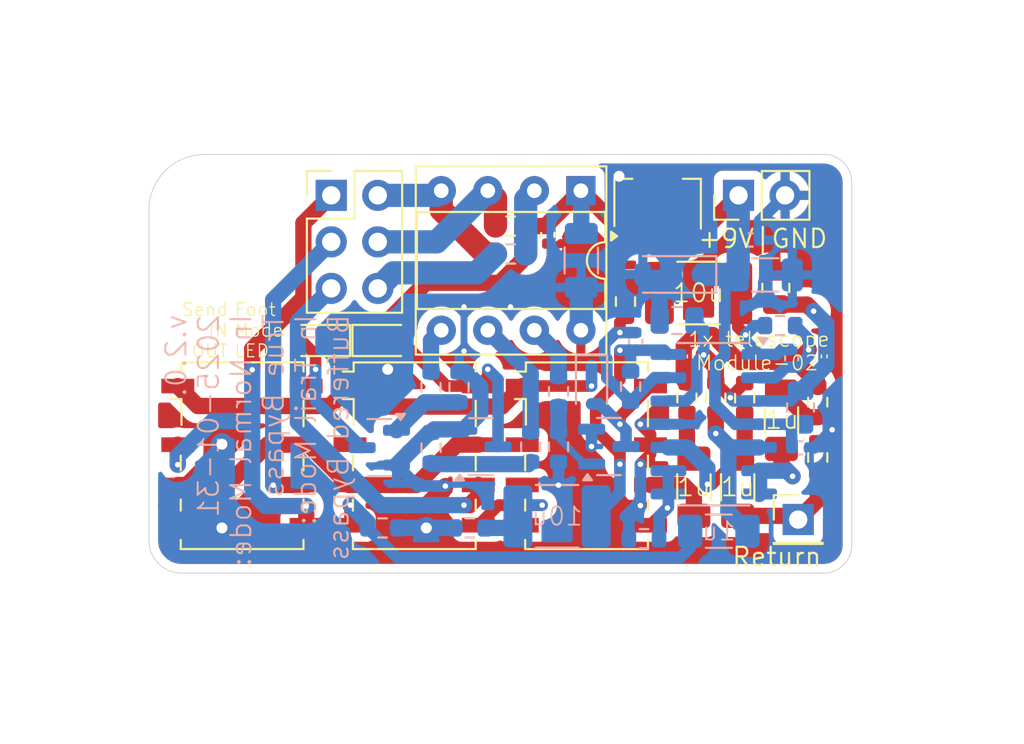
<source format=kicad_pcb>
(kicad_pcb (version 20240108) (generator "pcbnew") (generator_version "8.0")
  (title_block (title "Module-02") (date "2025-03-31") (rev "2.0") (company "1x telescope"))
  (layers (0 "F.Cu" signal) (31 "B.Cu" signal) (34 "B.Paste" user) (35 "F.Paste" user) (36 "B.SilkS" user "B.Silkscreen") (37 "F.SilkS" user "F.Silkscreen") (38 "B.Mask" user) (39 "F.Mask" user) (44 "Edge.Cuts" user))
  (net 0 "")
  (net 1 "Net-(U1B--)")
  (net 2 "Net-(U1C--)")
  (net 3 "GND")
  (net 4 "+9V")
  (net 5 "+5V")
  (net 6 "Vb")
  (net 7 "Relay02")
  (net 8 "Send")
  (net 9 "Return")
  (net 10 "INPUT")
  (net 11 "IN to Buffer")
  (net 12 "Net-(Q1-B)")
  (net 13 "Net-(Q2-B)")
  (net 14 "Net-(Q3-B)")
  (net 15 "OUTPUT")
  (net 17 "Net-(U1B-+)")
  (net 18 "Net-(U3-GP0)")
  (net 19 "Net-(U3-GP1)")
  (net 20 "Net-(U3-GP2)")
  (net 21 "Net-(U1A--)")
  (net 22 "Net-(U1D--)")
  (net 23 "Net-(U1C-+)")
  (net 24 "Net-(U3-GP5)")
  (net 25 "Relay03")
  (net 26 "Relay01")
  (net 27 "Net-(C2-Pad1)")
  (net 28 "Net-(C2-Pad2)")
  (net 29 "Net-(C3-Pad1)")
  (net 30 "Net-(C3-Pad2)")
  (net 31 "Net-(C4-Pad2)")
  (net 32 "Net-(C5-Pad2)")
  (net 33 "Net-(C7-Pad2)")
  (net 34 "Mode")
  (net 35 "Foot")
  (net 36 "LED")
  (net 40 "Net-(K2-Pad3)")
  (footprint "Connector_PinHeader_2.54mm:PinHeader_1x01_P2.54mm_Vertical" (layer "F.Cu") (at 89.2771 44.831)
    (property "Reference" "J2" (hide yes))
    (property "Value" "Conn_01x05_Pin")
  )
  (footprint "Capacitor_SMD:C_0402_1005Metric" (layer "F.Cu") (at 75.6119 29.2836 -90)
    (property "Reference" "C12" (hide yes))
    (property "Value" "104")
  )
  (footprint "Resistor_SMD:R_0603_1608Metric" (layer "F.Cu") (at 90.3439 41.4406 -90)
    (property "Reference" "R2" (hide yes))
    (property "Value" "1M")
  )
  (footprint "Diode_SMD:D_SOD-323" (layer "F.Cu") (at 66.5648 35.052)
    (property "Reference" "D2" (hide yes))
    (property "Value" "CD4148W")
  )
  (footprint "Relay_SMD:Relay_DPDT_Omron_G6K-2F-Y" (layer "F.Cu") (at 77.7188 41.3412)
    (property "Reference" "K1" (hide yes))
    (property "Value" "G6S-2")
  )
  (footprint "Resistor_SMD:R_0603_1608Metric" (layer "F.Cu") (at 84.7813 38.1894 90)
    (property "Reference" "R8" (hide yes))
    (property "Value" "1M")
  )
  (footprint "Connector_PinHeader_2.54mm:PinHeader_1x02_P2.54mm_Vertical" (layer "F.Cu") (at 86.0209 27.1272 90)
    (property "Reference" "J1" (hide yes))
    (property "Value" "Conn_01x05_Pin")
  )
  (footprint "Resistor_SMD:R_0805_2012Metric" (layer "F.Cu") (at 88.0579 32.1799 -90)
    (property "Reference" "R19" (hide yes))
    (property "Value" "22k")
  )
  (footprint "Resistor_SMD:R_0603_1608Metric" (layer "F.Cu") (at 73.5838 30.3276)
    (property "Reference" "R14" (hide yes))
    (property "Value" "10k")
  )
  (footprint "Resistor_SMD:R_0603_1608Metric" (layer "F.Cu") (at 79.8537 32.9316 90)
    (property "Reference" "R6" (hide yes))
    (property "Value" "22k")
  )
  (footprint "Package_DIP:DIP-8_W7.62mm_Socket" (layer "F.Cu") (at 77.4192 26.8732 -90)
    (property "Reference" "U3" (hide yes))
    (property "Value" "PIC12F675-xP")
  )
  (footprint "Resistor_SMD:R_0603_1608Metric" (layer "F.Cu") (at 90.3439 38.418 90)
    (property "Reference" "R9" (hide yes))
    (property "Value" "22k")
  )
  (footprint "Capacitor_SMD:C_1206_3216Metric_Pad1.33x1.80mm_HandSolder" (layer "F.Cu") (at 83.5875 43.0661 90)
    (property "Reference" "C2" (hide yes))
    (property "Value" "1u")
  )
  (footprint "Capacitor_SMD:C_1206_3216Metric_Pad1.33x1.80mm_HandSolder" (layer "F.Cu") (at 88.3627 39.4085 90)
    (property "Reference" "C7" (hide yes))
    (property "Value" "1u")
  )
  (footprint "Relay_SMD:Relay_DPDT_Omron_G6K-2F-Y" (layer "F.Cu") (at 68.3208 41.3412)
    (property "Reference" "K2" (hide yes))
    (property "Value" "G6S-2")
  )
  (footprint "Resistor_SMD:R_0603_1608Metric" (layer "F.Cu") (at 83.2065 38.1894 90)
    (property "Reference" "R4" (hide yes))
    (property "Value" "22k")
  )
  (footprint "Capacitor_SMD:C_1812_4532Metric_Pad1.57x3.40mm_HandSolder" (layer "F.Cu") (at 83.8415 32.4612 180)
    (property "Reference" "C5" (hide yes))
    (property "Value" "10u")
  )
  (footprint "Capacitor_SMD:C_1206_3216Metric_Pad1.33x1.80mm_HandSolder" (layer "F.Cu") (at 85.9751 43.0661 90)
    (property "Reference" "C1" (hide yes))
    (property "Value" "1u")
  )
  (footprint "MountingHole:MountingHole_3.2mm_M3" (layer "F.Cu") (at 58.199459 29.21)
    (property "Reference" "H1" (hide yes))
    (property "Value" "MountingHole_3.2mm_M3")
  )
  (footprint "Diode_SMD:D_SOD-323" (layer "F.Cu") (at 63.212 35.052 180)
    (property "Reference" "D3" (hide yes))
    (property "Value" "CD4148W")
  )
  (footprint "Resistor_SMD:R_0603_1608Metric" (layer "F.Cu") (at 73.5838 28.8036)
    (property "Reference" "R13" (hide yes))
    (property "Value" "10k")
  )
  (footprint "Package_TO_SOT_SMD:SOT-89-3" (layer "F.Cu") (at 81.6063 27.5844 90)
    (property "Reference" "U2" (hide yes))
    (property "Value" "MC78L05_SOT89")
  )
  (footprint "Resistor_SMD:R_0603_1608Metric" (layer "F.Cu") (at 86.3561 38.2016 90)
    (property "Reference" "R1" (hide yes))
    (property "Value" "1M")
  )
  (footprint "Connector_PinHeader_2.54mm:PinHeader_2x03_P2.54mm_Vertical" (layer "F.Cu") (at 63.7959 27.1272)
    (property "Reference" "J3" (hide yes))
    (property "Value" "Conn_02x03_Top_Bottom")
  )
  (footprint "Relay_SMD:Relay_DPDT_Omron_G6K-2F-Y" (layer "F.Cu") (at 58.9228 41.3412)
    (property "Reference" "K3" (hide yes))
    (property "Value" "G6S-2")
  )
  (footprint "Resistor_SMD:R_0603_1608Metric" (layer "B.Cu") (at 74.6806 40.8554 90)
    (property "Reference" "R17" (hide yes))
    (property "Value" "1k")
  )
  (footprint "Diode_SMD:D_SOD-323" (layer "B.Cu") (at 77.9995 37.465 -90)
    (property "Reference" "D1" (hide yes))
    (property "Value" "CD4148W")
  )
  (footprint "Resistor_SMD:R_0603_1608Metric" (layer "B.Cu") (at 69.2404 37.6042 90)
    (property "Reference" "R21" (hide yes))
    (property "Value" "1k")
  )
  (footprint "Capacitor_SMD:C_0805_2012Metric" (layer "B.Cu") (at 82.6668 33.9598 180)
    (property "Reference" "C14" (hide yes))
    (property "Value" "22u")
  )
  (footprint "Diode_SMD:D_SOD-123" (layer "B.Cu") (at 82.4494 31.4452 180)
    (property "Reference" "D4" (hide yes))
    (property "Value" "1N4001")
  )
  (footprint "Package_TO_SOT_SMD:SOT-23" (layer "B.Cu") (at 71.9651 40.8554)
    (property "Reference" "Q2" (hide yes))
    (property "Value" "2N3904")
  )
  (footprint "Resistor_SMD:R_0603_1608Metric" (layer "B.Cu") (at 66.5949 45.2882 180)
    (property "Reference" "R11" (hide yes))
    (property "Value" "1M")
  )
  (footprint "Resistor_SMD:R_0603_1608Metric" (layer "B.Cu") (at 76.2 37.8338 90)
    (property "Reference" "R12" (hide yes))
    (property "Value" "1k")
  )
  (footprint "Resistor_SMD:R_0603_1608Metric" (layer "B.Cu") (at 88.2865 34.2392 180)
    (property "Reference" "R5" (hide yes))
    (property "Value" "22k")
  )
  (footprint "Resistor_SMD:R_0603_1608Metric" (layer "B.Cu") (at 80.8614 45.8724 180)
    (property "Reference" "R3" (hide yes))
    (property "Value" "1M")
  )
  (footprint "Resistor_SMD:R_0805_2012Metric" (layer "B.Cu") (at 89.4041 38.7115 -90)
    (property "Reference" "R16" (hide yes))
    (property "Value" "22k")
  )
  (footprint "Package_TO_SOT_SMD:SOT-23" (layer "B.Cu") (at 78.9432 40.8432)
    (property "Reference" "Q1" (hide yes))
    (property "Value" "2N3904")
  )
  (footprint "Capacitor_SMD:C_1206_3216Metric" (layer "B.Cu") (at 87.4794 31.4706)
    (property "Reference" "C9" (hide yes))
    (property "Value" "47u")
  )
  (footprint "Capacitor_SMD:C_1206_3216Metric" (layer "B.Cu") (at 77.4407 30.6832 -90)
    (property "Reference" "C13" (hide yes))
    (property "Value" "47u")
  )
  (footprint "Capacitor_SMD:C_0402_1005Metric" (layer "B.Cu") (at 86.6876 29.5656)
    (property "Reference" "C11" (hide yes))
    (property "Value" "104")
  )
  (footprint "Resistor_SMD:R_0603_1608Metric" (layer "B.Cu") (at 76.2 40.8564 90)
    (property "Reference" "R15" (hide yes))
    (property "Value" "10k")
  )
  (footprint "Resistor_SMD:R_0603_1608Metric" (layer "B.Cu") (at 70.769 37.6042 -90)
    (property "Reference" "R22" (hide yes))
    (property "Value" "10k")
  )
  (footprint "Capacitor_SMD:C_0402_1005Metric" (layer "B.Cu") (at 89.4041 40.9194)
    (property "Reference" "C10" (hide yes))
    (property "Value" "104")
  )
  (footprint "Package_TO_SOT_SMD:SOT-23" (layer "B.Cu") (at 66.4194 40.9042 180)
    (property "Reference" "Q3" (hide yes))
    (property "Value" "2N3904")
  )
  (footprint "Capacitor_SMD:C_1812_4532Metric_Pad1.57x3.40mm_HandSolder" (layer "B.Cu") (at 76.1199 44.6532)
    (property "Reference" "C3" (hide yes))
    (property "Value" "10u")
  )
  (footprint "Resistor_SMD:R_0603_1608Metric" (layer "B.Cu") (at 71.3579 45.2882)
    (property "Reference" "R7" (hide yes))
    (property "Value" "1M")
  )
  (footprint "Package_SO:SOIC-14_3.9x8.7mm_P1.27mm" (layer "B.Cu") (at 84.6685 39.624 180)
    (property "Reference" "U1" (hide yes))
    (property "Value" "Opamp_Quad")
  )
  (footprint "Resistor_SMD:R_0603_1608Metric" (layer "B.Cu") (at 80.1331 37.5666 90)
    (property "Reference" "R10" (hide yes))
    (property "Value" "22k")
  )
  (footprint "Capacitor_SMD:C_1206_3216Metric_Pad1.33x1.80mm_HandSolder" (layer "B.Cu") (at 84.9468 45.466)
    (property "Reference" "C6" (hide yes))
    (property "Value" "1u")
  )
  (footprint "Capacitor_SMD:C_0402_1005Metric" (layer "B.Cu") (at 88.9215 36.0198 90)
    (property "Reference" "C4" (hide yes))
    (property "Value" "22p")
  )
  (footprint "Resistor_SMD:R_0603_1608Metric" (layer "B.Cu") (at 69.245 40.9062 -90)
    (property "Reference" "R20" (hide yes))
    (property "Value" "10k")
  )
  (footprint "Capacitor_SMD:C_0402_1005Metric" (layer "B.Cu") (at 80.4125 35.1028 -90)
    (property "Reference" "C8" (hide yes))
    (property "Value" "22p")
  )
  (footprint "Resistor_SMD:R_0603_1608Metric" (layer "B.Cu") (at 73.5838 30.3276)
    (property "Reference" "R18" (hide yes))
    (property "Value" "4k7")
  )
  (gr_arc (start 92.202 46.228) (mid 91.755631 47.305631) (end 90.678 47.752) (stroke (width 0.05)) (layer "Edge.Cuts"))
  (gr_line (start 92.202 26.416) (end 92.202 46.228) (stroke (width 0.05)) (layer "Edge.Cuts"))
  (gr_arc (start 53.848 27.94) (mid 54.740739 25.784739) (end 56.896 24.892) (stroke (width 0.05)) (layer "Edge.Cuts"))
  (gr_line (start 90.678 24.892) (end 56.896 24.892) (stroke (width 0.05)) (layer "Edge.Cuts"))
  (gr_line (start 53.848 45.974) (end 53.848 27.94) (stroke (width 0.05)) (layer "Edge.Cuts"))
  (gr_line (start 90.678 47.752) (end 55.626 47.752) (stroke (width 0.05)) (layer "Edge.Cuts"))
  (gr_arc (start 55.626 47.752) (mid 54.368764 47.231236) (end 53.848 45.974) (stroke (width 0.05)) (layer "Edge.Cuts"))
  (gr_arc (start 90.678 24.892) (mid 91.755631 25.338369) (end 92.202 26.416) (stroke (width 0.05)) (layer "Edge.Cuts"))
  (gr_text "10u" (at 76.1199 44.6532 -0) (layer "B.SilkS") (effects (font (size 1 1) (thickness 0.1)) (justify mirror)))
  (gr_text "v.2.0.\n2025-01-31\nIn Normal Mode:\nTrue Bypass\nIn Trail Mode:\nBuffered Bypass" (at 59.7623 33.5534 90) (layer "B.SilkS") (effects (font (size 1.1 1.1) (thickness 0.11)) (justify left mirror)))
  (gr_text "1u" (at 84.9468 45.466 -0) (layer "B.SilkS") (effects (font (size 1 1) (thickness 0.1)) (justify mirror)))
  (gr_text "10u" (at 83.8415 32.4612 0) (layer "F.SilkS") (effects (font (size 1 1) (thickness 0.1))))
  (gr_text "Send\nIN\nOUT" (at 58.2129 34.4932 0) (layer "F.SilkS") (effects (font (size 0.7 0.7) (thickness 0.07)) (justify right)))
  (gr_text "1u" (at 88.392 39.37 0) (layer "F.SilkS") (effects (font (size 1 1) (thickness 0.1))))
  (gr_text "1x telescope\n{dblquote}Module-02{dblquote}" (at 91.0551 35.6362 0) (layer "F.SilkS") (effects (font (size 0.8 0.8) (thickness 0.08)) (justify right)))
  (gr_text "Foot\nMode\nLED" (at 58.4669 34.4932 0) (layer "F.SilkS") (effects (font (size 0.7 0.7) (thickness 0.07)) (justify left)))
  (gr_text "Return" (at 90.6233 46.863 0) (layer "F.SilkS") (effects (font (size 1 1) (thickness 0.125)) (justify right)))
  (gr_text "+9V|GND" (at 83.7399 29.4894 0) (layer "F.SilkS") (effects (font (size 1 1) (thickness 0.125)) (justify left)))
  (gr_text "1u" (at 83.5836 43.053 0) (layer "F.SilkS") (effects (font (size 1 1) (thickness 0.1))))
  (gr_text "1u" (at 85.9751 43.053 0) (layer "F.SilkS") (effects (font (size 1 1) (thickness 0.1))))
  (segment (start 88.3627 40.971) (end 88.3627 41.8592) (width 0.889) (layer "F.Cu") (net 1))
  (segment (start 88.3627 41.8592) (end 88.9723 42.4688) (width 0.889) (layer "F.Cu") (net 1))
  (via (at 88.9723 42.4688) (size 0.6) (drill 0.3) (layers "F.Cu" "B.Cu") (net 1))
  (segment (start 88.6675 42.164) (end 88.9723 42.4688) (width 0.889) (layer "B.Cu") (net 1))
  (segment (start 87.1435 42.164) (end 88.6675 42.164) (width 0.889) (layer "B.Cu") (net 1))
  (segment (start 87.1435 43.434) (end 87.1435 42.164) (width 0.889) (layer "B.Cu") (net 1))
  (segment (start 81.2188 45.1412) (end 81.2188 45.1208) (width 0.635) (layer "F.Cu") (net 2))
  (segment (start 81.2188 45.1208) (end 82.1436 44.196) (width 0.635) (layer "F.Cu") (net 2))
  (via (at 82.1436 44.196) (size 0.6) (drill 0.3) (layers "F.Cu" "B.Cu") (net 2))
  (segment (start 81.6864 45.8724) (end 81.6864 44.6532) (width 0.635) (layer "B.Cu") (net 2))
  (segment (start 82.1935 43.434) (end 82.1935 44.1461) (width 0.635) (layer "B.Cu") (net 2))
  (segment (start 81.6864 44.6532) (end 82.1436 44.196) (width 0.635) (layer "B.Cu") (net 2))
  (segment (start 82.1935 44.1461) (end 82.1436 44.196) (width 0.635) (layer "B.Cu") (net 2))
  (segment (start 82.1935 42.164) (end 82.1935 43.434) (width 0.635) (layer "B.Cu") (net 2))
  (segment (start 81.2188 40.1763) (end 80.6665 39.624) (width 0.635) (layer "F.Cu") (net 3))
  (segment (start 90.3439 40.6156) (end 90.46654 40.6156) (width 0.635) (layer "F.Cu") (net 3))
  (segment (start 77.7963 42.9514) (end 78.9139 44.069) (width 0.635) (layer "F.Cu") (net 3))
  (segment (start 55.4228 42.9412) (end 55.9228 42.9412) (width 0.889) (layer "F.Cu") (net 3))
  (segment (start 55.9228 42.9412) (end 57.8319 41.0321) (width 0.889) (layer "F.Cu") (net 3))
  (segment (start 68.9825 44.0436) (end 70.0239 43.0022) (width 0.889) (layer "F.Cu") (net 3))
  (segment (start 78.9139 44.069) (end 80.6665 44.069) (width 0.635) (layer "F.Cu") (net 3))
  (segment (start 81.2188 40.7412) (end 81.2188 40.1763) (width 0.635) (layer "F.Cu") (net 3))
  (segment (start 90.46654 40.6156) (end 91.14232 39.93982) (width 0.635) (layer "F.Cu") (net 3))
  (segment (start 68.9825 45.2881) (end 68.9825 44.0436) (width 0.889) (layer "F.Cu") (net 3))
  (segment (start 81.2188 40.7412) (end 81.2188 41.2561) (width 0.635) (layer "F.Cu") (net 3))
  (segment (start 57.8319 41.0321) (end 57.8319 40.7162) (width 0.889) (layer "F.Cu") (net 3))
  (segment (start 81.2188 41.2561) (end 80.6665 41.8084) (width 0.635) (layer "F.Cu") (net 3))
  (segment (start 76.1961 42.9514) (end 77.7963 42.9514) (width 0.635) (layer "F.Cu") (net 3))
  (via (at 77.9995 40.8432) (size 0.6) (drill 0.3) (layers "F.Cu" "B.Cu") (net 3))
  (via (at 71.0399 33.2232) (size 0.6) (drill 0.3) (layers "F.Cu" "B.Cu") (net 3))
  (via (at 73.5799 33.2232) (size 0.6) (drill 0.3) (layers "F.Cu" "B.Cu") (net 3))
  (via (at 91.1313 39.9288) (size 0.6) (drill 0.3) (layers "F.Cu" "B.Cu") (net 3))
  (via (at 71.0399 35.6362) (size 0.6) (drill 0.3) (layers "F.Cu" "B.Cu") (net 3))
  (via (at 66.8743 36.6268) (size 1.2) (drill 0.6) (layers "F.Cu" "B.Cu") (net 3))
  (via (at 79.502 26.0858) (size 1.2) (drill 0.6) (layers "F.Cu" "B.Cu") (net 3))
  (via (at 68.9825 45.2881) (size 1.2) (drill 0.6) (layers "F.Cu" "B.Cu") (net 3))
  (via (at 76.1961 42.9514) (size 0.6) (drill 0.3) (layers "F.Cu" "B.Cu") (net 3))
  (via (at 80.6665 44.069) (size 0.6) (drill 0.3) (layers "F.Cu" "B.Cu") (net 3))
  (via (at 57.8319 45.2882) (size 1.2) (drill 0.6) (layers "F.Cu" "B.Cu") (net 3))
  (via (at 80.6665 39.624) (size 0.6) (drill 0.3) (layers "F.Cu" "B.Cu") (net 3))
  (via (at 57.8319 40.7162) (size 1.2) (drill 0.6) (layers "F.Cu" "B.Cu") (net 3))
  (via (at 70.0239 43.0022) (size 0.6) (drill 0.3) (layers "F.Cu" "B.Cu") (net 3))
  (via (at 80.6665 41.8084) (size 0.6) (drill 0.3) (layers "F.Cu" "B.Cu") (net 3))
  (segment (start 71.0276 39.9054) (end 69.4208 39.9054) (width 0.889) (layer "B.Cu") (net 3))
  (segment (start 71.0399 33.2232) (end 71.0399 35.6362) (width 0.381) (layer "B.Cu") (net 3))
  (segment (start 77.4407 32.1582) (end 77.4407 34.4717) (width 1.27) (layer "B.Cu") (net 3))
  (segment (start 70.5329 45.2882) (end 68.9826 45.2882) (width 0.889) (layer "B.Cu") (net 3))
  (segment (start 80.6665 41.8084) (end 80.6665 44.069) (width 0.635) (layer "B.Cu") (net 3))
  (segment (start 68.9824 45.2882) (end 68.9825 45.2881) (width 0.889) (layer "B.Cu") (net 3))
  (segment (start 69.4208 39.9054) (end 69.245 40.0812) (width 0.889) (layer "B.Cu") (net 3))
  (segment (start 71.131126 36.7792) (end 71.9328 37.580874) (width 0.889) (layer "B.Cu") (net 3))
  (segment (start 89.8841 40.9194) (end 90.1407 40.9194) (width 0.635) (layer "B.Cu") (net 3))
  (segment (start 81.7168 33.9598) (end 81.7168 32.3626) (width 0.889) (layer "B.Cu") (net 3))
  (segment (start 69.1299 40.0812) (end 67.3569 41.8542) (width 0.889) (layer "B.Cu") (net 3))
  (segment (start 68.5049 43.0022) (end 67.3569 41.8542) (width 0.635) (layer "B.Cu") (net 3))
  (segment (start 70.769 36.7792) (end 71.131126 36.7792) (width 0.889) (layer "B.Cu") (net 3))
  (segment (start 77.9995 40.8432) (end 77.9995 39.8994) (width 0.635) (layer "B.Cu") (net 3))
  (segment (start 69.245 40.0812) (end 69.1299 40.0812) (width 0.889) (layer "B.Cu") (net 3))
  (segment (start 80.6665 39.624) (end 82.1935 39.624) (width 0.635) (layer "B.Cu") (net 3))
  (segment (start 76.2 42.9475) (end 76.1961 42.9514) (width 0.635) (layer "B.Cu") (net 3))
  (segment (start 81.7168 32.3626) (end 80.7994 31.4452) (width 0.889) (layer "B.Cu") (net 3))
  (segment (start 90.1407 40.9194) (end 91.1313 39.9288) (width 0.635) (layer "B.Cu") (net 3))
  (segment (start 71.9328 37.580874) (end 71.9328 39.0002) (width 0.889) (layer "B.Cu") (net 3))
  (segment (start 70.0239 43.0022) (end 68.5049 43.0022) (width 0.635) (layer "B.Cu") (net 3))
  (segment (start 80.0364 45.8724) (end 80.0364 44.6991) (width 0.635) (layer "B.Cu") (net 3))
  (segment (start 68.9826 45.2882) (end 68.9825 45.2881) (width 0.889) (layer "B.Cu") (net 3))
  (segment (start 77.9995 39.8994) (end 78.0057 39.8932) (width 0.635) (layer "B.Cu") (net 3))
  (segment (start 80.0364 44.6991) (end 80.6665 44.069) (width 0.635) (layer "B.Cu") (net 3))
  (segment (start 87.1676 28.5205) (end 88.5609 27.1272) (width 0.635) (layer "B.Cu") (net 3))
  (segment (start 87.1676 29.5656) (end 87.1676 28.5205) (width 0.635) (layer "B.Cu") (net 3))
  (segment (start 76.2 41.6814) (end 76.2 42.9475) (width 0.635) (layer "B.Cu") (net 3))
  (segment (start 77.4407 34.4717) (end 77.4192 34.4932) (width 1.27) (layer "B.Cu") (net 3))
  (segment (start 67.4199 45.2882) (end 68.9824 45.2882) (width 0.889) (layer "B.Cu") (net 3))
  (segment (start 71.9328 39.0002) (end 71.0276 39.9054) (width 0.889) (layer "B.Cu") (net 3))
  (segment (start 83.1063 29.5344) (end 83.6137 29.5344) (width 0.889) (layer "F.Cu") (net 4))
  (segment (start 83.6137 29.5344) (end 86.0209 27.1272) (width 0.889) (layer "F.Cu") (net 4))
  (segment (start 85.2678 32.2072) (end 86.0044 31.4706) (width 0.635) (layer "B.Cu") (net 4))
  (segment (start 87.1435 39.624) (end 85.839532 39.624) (width 0.635) (layer "B.Cu") (net 4))
  (segment (start 88.6929 39.624) (end 87.1435 39.624) (width 0.635) (layer "B.Cu") (net 4))
  (segment (start 89.4041 39.624) (end 88.6929 39.624) (width 0.635) (layer "B.Cu") (net 4))
  (segment (start 86.0044 27.1437) (end 86.0209 27.1272) (width 1.27) (layer "B.Cu") (net 4))
  (segment (start 88.9241 39.8552) (end 88.6929 39.624) (width 0.635) (layer "B.Cu") (net 4))
  (segment (start 88.9241 40.9194) (end 88.9241 39.8552) (width 0.635) (layer "B.Cu") (net 4))
  (segment (start 84.7376 38.522068) (end 84.7376 36.403568) (width 0.635) (layer "B.Cu") (net 4))
  (segment (start 86.0044 31.4706) (end 86.0044 27.1437) (width 1.27) (layer "B.Cu") (net 4))
  (segment (start 84.0994 31.4452) (end 85.979 31.4452) (width 1.27) (layer "B.Cu") (net 4))
  (segment (start 85.2678 35.873368) (end 85.2678 32.2072) (width 0.635) (layer "B.Cu") (net 4))
  (segment (start 84.7376 36.403568) (end 85.2678 35.873368) (width 0.635) (layer "B.Cu") (net 4))
  (segment (start 85.979 31.4452) (end 86.0044 31.4706) (width 1.27) (layer "B.Cu") (net 4))
  (segment (start 85.839532 39.624) (end 84.7376 38.522068) (width 0.635) (layer "B.Cu") (net 4))
  (segment (start 64.262 35.052) (end 64.8208 35.052) (width 0.889) (layer "F.Cu") (net 5))
  (segment (start 65.9384 38.6588) (end 64.8208 37.5412) (width 0.889) (layer "F.Cu") (net 5))
  (segment (start 75.6119 28.8036) (end 75.6119 28.6805) (width 0.889) (layer "F.Cu") (net 5))
  (segment (start 63.7318 38.6302) (end 64.8208 37.5412) (width 0.889) (layer "F.Cu") (net 5))
  (segment (start 68.964399 31.9024) (end 72.993486 31.9024) (width 0.889) (layer "F.Cu") (net 5))
  (segment (start 73.1012 38.6588) (end 65.9384 38.6588) (width 0.889) (layer "F.Cu") (net 5))
  (segment (start 75.6119 28.6805) (end 77.4192 26.8732) (width 0.889) (layer "F.Cu") (net 5))
  (segment (start 74.2188 37.5412) (end 73.1012 38.6588) (width 0.889) (layer "F.Cu") (net 5))
  (segment (start 64.8208 35.052) (end 65.5148 35.052) (width 0.889) (layer "F.Cu") (net 5))
  (segment (start 65.814799 35.052) (end 68.964399 31.9024) (width 0.889) (layer "F.Cu") (net 5))
  (segment (start 75.6119 28.8036) (end 74.4088 28.8036) (width 0.889) (layer "F.Cu") (net 5))
  (segment (start 77.4451 26.8732) (end 80.1063 29.5344) (width 0.889) (layer "F.Cu") (net 5))
  (segment (start 74.2188 37.5412) (end 77.9995 37.5412) (width 0.635) (layer "F.Cu") (net 5))
  (segment (start 74.4088 30.487086) (end 74.4088 30.3276) (width 0.889) (layer "F.Cu") (net 5))
  (segment (start 56.5118 38.6302) (end 63.7318 38.6302) (width 0.889) (layer "F.Cu") (net 5))
  (segment (start 80.1731 29.6672) (end 80.1731 29.6271) (width 0.889) (layer "F.Cu") (net 5))
  (segment (start 77.4266 26.8806) (end 77.4192 26.8732) (width 1.27) (layer "F.Cu") (net 5))
  (segment (start 55.4228 37.5412) (end 56.5118 38.6302) (width 0.889) (layer "F.Cu") (net 5))
  (segment (start 77.4192 26.8732) (end 77.4451 26.8732) (width 0.889) (layer "F.Cu") (net 5))
  (segment (start 74.4088 30.3276) (end 74.4088 28.8036) (width 1.27) (layer "F.Cu") (net 5))
  (segment (start 65.5148 35.052) (end 65.814799 35.052) (width 0.889) (layer "F.Cu") (net 5))
  (segment (start 64.8208 35.052) (end 64.8208 37.5412) (width 0.889) (layer "F.Cu") (net 5))
  (segment (start 72.993486 31.9024) (end 74.4088 30.487086) (width 0.889) (layer "F.Cu") (net 5))
  (via (at 77.9995 37.5412) (size 0.6) (drill 0.3) (layers "F.Cu" "B.Cu") (net 5))
  (segment (start 77.4407 29.2082) (end 77.4407 26.8947) (width 0.889) (layer "B.Cu") (net 5))
  (segment (start 77.9995 36.415) (end 77.9995 37.5412) (width 0.635) (layer "B.Cu") (net 5))
  (segment (start 77.4407 26.8947) (end 77.4192 26.8732) (width 0.889) (layer "B.Cu") (net 5))
  (segment (start 85.5726 38.1762) (end 85.5726 38.1601) (width 0.635) (layer "F.Cu") (net 6))
  (segment (start 84.7813 37.3644) (end 84.7813 36.4998) (width 0.889) (layer "F.Cu") (net 6))
  (segment (start 89.7598 33.0924) (end 90.1192 33.4518) (width 0.889) (layer "F.Cu") (net 6))
  (segment (start 88.0579 33.0924) (end 89.7598 33.0924) (width 0.889) (layer "F.Cu") (net 6))
  (segment (start 85.5726 38.1762) (end 85.5726 38.1557) (width 0.635) (layer "F.Cu") (net 6))
  (segment (start 85.5726 38.1601) (end 86.3561 37.3766) (width 0.635) (layer "F.Cu") (net 6))
  (segment (start 84.7813 36.4998) (end 84.1209 35.8394) (width 0.889) (layer "F.Cu") (net 6))
  (segment (start 85.5726 38.1557) (end 84.7813 37.3644) (width 0.635) (layer "F.Cu") (net 6))
  (via (at 90.1192 33.4518) (size 0.6) (drill 0.3) (layers "F.Cu" "B.Cu") (net 6))
  (via (at 85.5726 38.1762) (size 0.6) (drill 0.3) (layers "F.Cu" "B.Cu") (net 6))
  (via (at 84.1209 35.8394) (size 0.6) (drill 0.3) (layers "F.Cu" "B.Cu") (net 6))
  (segment (start 88.8491 38.354) (end 89.4041 37.799) (width 0.635) (layer "B.Cu") (net 6))
  (segment (start 83.168499 38.354) (end 83.7438 37.778699) (width 0.635) (layer "B.Cu") (net 6))
  (segment (start 87.1435 38.354) (end 85.7504 38.354) (width 0.635) (layer "B.Cu") (net 6))
  (segment (start 84.1209 35.8394) (end 84.1209 34.4639) (width 0.635) (layer "B.Cu") (net 6))
  (segment (start 85.7504 38.354) (end 85.5726 38.1762) (width 0.635) (layer "B.Cu") (net 6))
  (segment (start 90.8139 34.1465) (end 90.8139 36.3892) (width 0.889) (layer "B.Cu") (net 6))
  (segment (start 83.7438 36.2165) (end 84.1209 35.8394) (width 0.635) (layer "B.Cu") (net 6))
  (segment (start 87.1435 38.354) (end 88.8491 38.354) (width 0.635) (layer "B.Cu") (net 6))
  (segment (start 90.1192 33.4518) (end 90.8139 34.1465) (width 0.889) (layer "B.Cu") (net 6))
  (segment (start 83.7438 37.778699) (end 83.7438 36.2165) (width 0.635) (layer "B.Cu") (net 6))
  (segment (start 82.1935 38.354) (end 83.168499 38.354) (width 0.635) (layer "B.Cu") (net 6))
  (segment (start 90.8139 36.3892) (end 89.4041 37.799) (width 0.889) (layer "B.Cu") (net 6))
  (segment (start 84.1209 34.4639) (end 83.6168 33.9598) (width 0.635) (layer "B.Cu") (net 6))
  (segment (start 72.3392 36.6268) (end 72.3392 37.0228) (width 0.635) (layer "F.Cu") (net 7))
  (segment (start 70.104 37.5412) (end 67.6148 35.052) (width 0.635) (layer "F.Cu") (net 7))
  (segment (start 72.3392 37.0228) (end 71.8208 37.5412) (width 0.635) (layer "F.Cu") (net 7))
  (segment (start 71.8208 37.5412) (end 70.104 37.5412) (width 0.635) (layer "F.Cu") (net 7))
  (via (at 72.3392 36.6268) (size 0.6) (drill 0.3) (layers "F.Cu" "B.Cu") (net 7))
  (segment (start 72.3392 36.6268) (end 72.898 37.1856) (width 0.635) (layer "B.Cu") (net 7))
  (segment (start 72.898 40.8434) (end 72.9026 40.8434) (width 0.635) (layer "B.Cu") (net 7))
  (segment (start 72.898 37.1856) (end 72.898 40.8434) (width 0.635) (layer "B.Cu") (net 7))
  (segment (start 55.4189 40.7451) (end 55.4228 40.7412) (width 0.889) (layer "F.Cu") (net 8))
  (segment (start 62.2769 32.7152) (end 62.2769 28.6462) (width 0.889) (layer "F.Cu") (net 8))
  (segment (start 59.4829 35.5092) (end 59.4829 36.6522) (width 0.889) (layer "F.Cu") (net 8))
  (segment (start 62.2769 28.6462) (end 63.7959 27.1272) (width 0.889) (layer "F.Cu") (net 8))
  (segment (start 55.4189 41.8338) (end 55.4189 40.7451) (width 0.889) (layer "F.Cu") (net 8))
  (segment (start 62.4332 45.1308) (end 62.4228 45.1412) (width 0.889) (layer "F.Cu") (net 8))
  (segment (start 62.4332 44.0944) (end 62.4332 45.1308) (width 0.889) (layer "F.Cu") (net 8))
  (segment (start 62.2769 32.7152) (end 59.4829 35.5092) (width 0.889) (layer "F.Cu") (net 8))
  (via (at 55.4189 41.8338) (size 0.6) (drill 0.3) (layers "F.Cu" "B.Cu") (net 8))
  (via (at 59.4829 36.6522) (size 0.6) (drill 0.3) (layers "F.Cu" "B.Cu") (net 8))
  (via (at 62.4332 44.0944) (size 0.6) (drill 0.3) (layers "F.Cu" "B.Cu") (net 8))
  (segment (start 55.4189 41.8338) (end 55.4189 41.369211) (width 0.889) (layer "B.Cu") (net 8))
  (segment (start 59.4829 39.4462) (end 59.4829 36.6522) (width 0.889) (layer "B.Cu") (net 8))
  (segment (start 62.4332 44.0944) (end 60.228821 44.0944) (width 0.889) (layer "B.Cu") (net 8))
  (segment (start 55.4189 41.369211) (end 57.341911 39.4462) (width 0.889) (layer "B.Cu") (net 8))
  (segment (start 57.341911 39.4462) (end 59.4829 39.4462) (width 0.889) (layer "B.Cu") (net 8))
  (segment (start 59.4829 43.348479) (end 59.4829 39.4462) (width 0.889) (layer "B.Cu") (net 8))
  (segment (start 60.228821 44.0944) (end 59.4829 43.348479) (width 0.889) (layer "B.Cu") (net 8))
  (segment (start 85.9751 44.6286) (end 89.0747 44.6286) (width 0.889) (layer "F.Cu") (net 9))
  (segment (start 89.0747 44.6286) (end 89.2771 44.831) (width 0.889) (layer "F.Cu") (net 9))
  (segment (start 90.3439 42.2656) (end 90.3439 43.7642) (width 0.889) (layer "F.Cu") (net 9))
  (segment (start 90.3439 43.7642) (end 89.2771 44.831) (width 0.889) (layer "F.Cu") (net 9))
  (segment (start 60.6361 42.9412) (end 60.6259 42.9514) (width 0.889) (layer "F.Cu") (net 10))
  (segment (start 62.4228 42.9412) (end 60.6361 42.9412) (width 0.889) (layer "F.Cu") (net 10))
  (via (at 60.6259 42.9514) (size 0.6) (drill 0.3) (layers "F.Cu" "B.Cu") (net 10))
  (segment (start 63.7959 29.6672) (end 60.6259 32.8372) (width 0.889) (layer "B.Cu") (net 10))
  (segment (start 60.6259 32.8372) (end 60.6259 42.9514) (width 0.889) (layer "B.Cu") (net 10))
  (segment (start 64.8208 45.1412) (end 64.8208 44.0651) (width 0.635) (layer "F.Cu") (net 11))
  (segment (start 64.8208 44.0651) (end 64.8423 44.0436) (width 0.635) (layer "F.Cu") (net 11))
  (via (at 64.8423 44.0436) (size 0.6) (drill 0.3) (layers "F.Cu" "B.Cu") (net 11))
  (segment (start 65.7699 44.9712) (end 64.8423 44.0436) (width 0.889) (layer "B.Cu") (net 11))
  (segment (start 82.8619 46.8884) (end 67.3701 46.8884) (width 0.635) (layer "B.Cu") (net 11))
  (segment (start 83.3843 45.466) (end 83.3843 46.366) (width 0.635) (layer "B.Cu") (net 11))
  (segment (start 67.3701 46.8884) (end 65.7699 45.2882) (width 0.635) (layer "B.Cu") (net 11))
  (segment (start 65.7699 45.2882) (end 65.7699 44.9712) (width 0.889) (layer "B.Cu") (net 11))
  (segment (start 83.3843 46.366) (end 82.8619 46.8884) (width 0.635) (layer "B.Cu") (net 11))
  (segment (start 78.0057 41.7932) (end 77.627436 41.7932) (width 0.381) (layer "B.Cu") (net 12))
  (segment (start 76.2 38.6588) (end 76.2 40.0314) (width 0.889) (layer "B.Cu") (net 12))
  (segment (start 76.2 40.365764) (end 76.2 40.0314) (width 0.381) (layer "B.Cu") (net 12))
  (segment (start 77.627436 41.7932) (end 76.2 40.365764) (width 0.381) (layer "B.Cu") (net 12))
  (segment (start 74.6806 41.6804) (end 74.5556 41.8054) (width 0.889) (layer "B.Cu") (net 13))
  (segment (start 74.5556 41.8054) (end 71.0276 41.8054) (width 0.889) (layer "B.Cu") (net 13))
  (segment (start 69.3192 41.8054) (end 69.245 41.7312) (width 0.889) (layer "B.Cu") (net 13))
  (segment (start 71.0276 41.8054) (end 69.3192 41.8054) (width 0.889) (layer "B.Cu") (net 13))
  (segment (start 68.8819 38.4292) (end 67.3569 39.9542) (width 0.889) (layer "B.Cu") (net 14))
  (segment (start 70.769 38.4292) (end 69.2404 38.4292) (width 0.889) (layer "B.Cu") (net 14))
  (segment (start 69.2404 38.4292) (end 68.8819 38.4292) (width 0.889) (layer "B.Cu") (net 14))
  (segment (start 71.0399 44.0436) (end 71.3447 44.0436) (width 0.889) (layer "F.Cu") (net 15))
  (segment (start 71.8208 43.5675) (end 71.8208 42.9412) (width 0.889) (layer "F.Cu") (net 15))
  (segment (start 71.3447 44.0436) (end 71.8208 43.5675) (width 0.889) (layer "F.Cu") (net 15))
  (via (at 71.0399 44.0436) (size 0.6) (drill 0.3) (layers "F.Cu" "B.Cu") (net 15))
  (segment (start 66.4933 44.0436) (end 71.0399 44.0436) (width 0.889) (layer "B.Cu") (net 15))
  (segment (start 61.9792 39.5295) (end 61.9792 34.0239) (width 0.889) (layer "B.Cu") (net 15))
  (segment (start 66.4933 44.0436) (end 61.9792 39.5295) (width 0.889) (layer "B.Cu") (net 15))
  (segment (start 61.9792 34.0239) (end 63.7959 32.2072) (width 0.889) (layer "B.Cu") (net 15))
  (segment (start 84.7813 39.0144) (end 84.7813 40.132) (width 0.889) (layer "F.Cu") (net 17))
  (via (at 84.7813 40.132) (size 0.6) (drill 0.3) (layers "F.Cu" "B.Cu") (net 17))
  (segment (start 85.4671 44.4238) (end 85.4671 40.8178) (width 0.889) (layer "B.Cu") (net 17))
  (segment (start 85.4671 44.4238) (end 86.5093 45.466) (width 0.889) (layer "B.Cu") (net 17))
  (segment (start 87.1435 40.894) (end 85.5433 40.894) (width 0.889) (layer "B.Cu") (net 17))
  (segment (start 85.4671 40.8178) (end 84.7813 40.132) (width 0.889) (layer "B.Cu") (net 17))
  (segment (start 85.5433 40.894) (end 85.4671 40.8178) (width 0.889) (layer "B.Cu") (net 17))
  (segment (start 74.8792 34.4932) (end 76.2 35.814) (width 0.889) (layer "B.Cu") (net 18))
  (segment (start 76.2 35.814) (end 76.2 37.0088) (width 0.889) (layer "B.Cu") (net 18))
  (segment (start 72.3392 34.4932) (end 74.6806 36.8346) (width 0.889) (layer "B.Cu") (net 19))
  (segment (start 74.6806 36.8346) (end 74.6806 40.0304) (width 0.889) (layer "B.Cu") (net 19))
  (segment (start 69.2404 36.7792) (end 69.2404 35.052) (width 0.889) (layer "B.Cu") (net 20))
  (segment (start 69.2404 35.052) (end 69.7992 34.4932) (width 0.889) (layer "B.Cu") (net 20))
  (segment (start 90.3439 37.3728) (end 89.1915 36.2204) (width 0.889) (layer "F.Cu") (net 21))
  (segment (start 83.0319 35.388322) (end 83.669822 34.7504) (width 0.889) (layer "F.Cu") (net 21))
  (segment (start 83.0319 37.1898) (end 83.0319 35.388322) (width 0.889) (layer "F.Cu") (net 21))
  (segment (start 83.669822 34.7504) (end 84.6067 34.7504) (width 0.889) (layer "F.Cu") (net 21))
  (segment (start 90.3439 37.593) (end 90.3439 37.3728) (width 0.889) (layer "F.Cu") (net 21))
  (segment (start 84.6067 34.7504) (end 86.0767 36.2204) (width 0.889) (layer "F.Cu") (net 21))
  (segment (start 86.0767 36.2204) (end 89.1915 36.2204) (width 0.889) (layer "F.Cu") (net 21))
  (segment (start 83.2065 37.3644) (end 83.0319 37.1898) (width 0.889) (layer "F.Cu") (net 21))
  (segment (start 89.1915 36.2204) (end 89.8519 35.56) (width 0.889) (layer "F.Cu") (net 21))
  (via (at 89.8519 35.56) (size 0.6) (drill 0.3) (layers "F.Cu" "B.Cu") (net 21))
  (segment (start 88.611501 36.4998) (end 88.027301 37.084) (width 0.635) (layer "B.Cu") (net 21))
  (segment (start 89.8519 35.879399) (end 89.8519 35.56) (width 0.635) (layer "B.Cu") (net 21))
  (segment (start 89.8519 34.9796) (end 89.8519 35.56) (width 0.635) (layer "B.Cu") (net 21))
  (segment (start 88.9215 36.4998) (end 89.231499 36.4998) (width 0.635) (layer "B.Cu") (net 21))
  (segment (start 88.027301 37.084) (end 87.1435 37.084) (width 0.635) (layer "B.Cu") (net 21))
  (segment (start 89.1115 34.2392) (end 89.8519 34.9796) (width 0.635) (layer "B.Cu") (net 21))
  (segment (start 89.231499 36.4998) (end 89.8519 35.879399) (width 0.635) (layer "B.Cu") (net 21))
  (segment (start 88.9215 36.4998) (end 88.611501 36.4998) (width 0.635) (layer "B.Cu") (net 21))
  (segment (start 79.5489 34.0614) (end 79.8537 33.7566) (width 0.635) (layer "F.Cu") (net 22))
  (segment (start 79.5489 34.6202) (end 79.5489 34.0614) (width 0.635) (layer "F.Cu") (net 22))
  (via (at 79.5489 34.6202) (size 0.6) (drill 0.3) (layers "F.Cu" "B.Cu") (net 22))
  (segment (start 80.1331 38.3916) (end 78.8345 37.093) (width 0.635) (layer "B.Cu") (net 22))
  (segment (start 78.7139 35.931268) (end 78.7139 35.239532) (width 0.635) (layer "B.Cu") (net 22))
  (segment (start 80.4099 34.6202) (end 80.4125 34.6228) (width 0.635) (layer "B.Cu") (net 22))
  (segment (start 81.4407 37.084) (end 82.1935 37.084) (width 0.635) (layer "B.Cu") (net 22))
  (segment (start 78.7139 35.239532) (end 79.333232 34.6202) (width 0.635) (layer "B.Cu") (net 22))
  (segment (start 79.5489 34.6202) (end 80.4099 34.6202) (width 0.635) (layer "B.Cu") (net 22))
  (segment (start 80.1331 38.3916) (end 81.4407 37.084) (width 0.635) (layer "B.Cu") (net 22))
  (segment (start 78.8345 37.093) (end 78.8345 36.051868) (width 0.635) (layer "B.Cu") (net 22))
  (segment (start 78.8345 36.051868) (end 78.7139 35.931268) (width 0.635) (layer "B.Cu") (net 22))
  (segment (start 79.333232 34.6202) (end 79.5489 34.6202) (width 0.635) (layer "B.Cu") (net 22))
  (segment (start 84.3241 42.9006) (end 84.5781 42.9006) (width 0.635) (layer "F.Cu") (net 23))
  (segment (start 86.3561 39.0266) (end 86.3561 41.1226) (width 0.889) (layer "F.Cu") (net 23))
  (segment (start 86.3561 41.1226) (end 85.9751 41.5036) (width 0.889) (layer "F.Cu") (net 23))
  (segment (start 84.5781 42.9006) (end 85.9751 41.5036) (width 0.635) (layer "F.Cu") (net 23))
  (via (at 84.3241 42.9006) (size 0.6) (drill 0.3) (layers "F.Cu" "B.Cu") (net 23))
  (segment (start 83.2065 40.894) (end 84.3241 42.0116) (width 0.889) (layer "B.Cu") (net 23))
  (segment (start 84.3241 42.0116) (end 84.3241 42.9006) (width 0.889) (layer "B.Cu") (net 23))
  (segment (start 82.1935 40.894) (end 83.2065 40.894) (width 0.889) (layer "B.Cu") (net 23))
  (segment (start 74.4088 30.3276) (end 74.4088 27.3436) (width 1.27) (layer "B.Cu") (net 24))
  (segment (start 74.4088 27.3436) (end 74.8792 26.8732) (width 1.27) (layer "B.Cu") (net 24))
  (segment (start 62.9412 35.8312) (end 62.162 35.052) (width 0.635) (layer "F.Cu") (net 25))
  (segment (start 62.9412 36.6268) (end 62.9412 37.0228) (width 0.635) (layer "F.Cu") (net 25))
  (segment (start 62.9412 37.0228) (end 62.4228 37.5412) (width 0.635) (layer "F.Cu") (net 25))
  (segment (start 62.9412 36.6268) (end 62.9412 35.8312) (width 0.635) (layer "F.Cu") (net 25))
  (via (at 62.9412 36.6268) (size 0.6) (drill 0.3) (layers "F.Cu" "B.Cu") (net 25))
  (segment (start 62.9412 36.6268) (end 62.9412 38.3635) (width 0.635) (layer "B.Cu") (net 25))
  (segment (start 62.9412 38.3635) (end 65.4819 40.9042) (width 0.635) (layer "B.Cu") (net 25))
  (segment (start 81.2188 37.5412) (end 79.5489 39.2111) (width 0.635) (layer "F.Cu") (net 26))
  (segment (start 79.5489 39.2111) (end 79.5489 39.624) (width 0.635) (layer "F.Cu") (net 26))
  (via (at 79.5489 39.624) (size 0.6) (drill 0.3) (layers "F.Cu" "B.Cu") (net 26))
  (segment (start 79.8807 39.9558) (end 79.5489 39.624) (width 0.635) (layer "B.Cu") (net 26))
  (segment (start 79.8807 40.8432) (end 79.8807 39.9558) (width 0.635) (layer "B.Cu") (net 26))
  (segment (start 78.4399 38.515) (end 79.5489 39.624) (width 0.635) (layer "B.Cu") (net 26))
  (segment (start 77.9995 38.515) (end 78.4399 38.515) (width 0.635) (layer "B.Cu") (net 26))
  (segment (start 83.0078 42.9412) (end 83.5875 43.5209) (width 0.889) (layer "F.Cu") (net 27))
  (segment (start 83.5875 43.5209) (end 83.5875 44.6286) (width 0.889) (layer "F.Cu") (net 27))
  (segment (start 81.2188 42.9412) (end 83.0078 42.9412) (width 0.889) (layer "F.Cu") (net 27))
  (segment (start 83.2065 41.1226) (end 83.5875 41.5036) (width 0.889) (layer "F.Cu") (net 28))
  (segment (start 83.2065 39.0144) (end 83.2065 41.1226) (width 0.889) (layer "F.Cu") (net 28))
  (segment (start 75.3071 44.0436) (end 72.9184 44.0436) (width 0.635) (layer "F.Cu") (net 29))
  (segment (start 72.9184 44.0436) (end 71.8208 45.1412) (width 0.635) (layer "F.Cu") (net 29))
  (via (at 75.3071 44.0436) (size 0.6) (drill 0.3) (layers "F.Cu" "B.Cu") (net 29))
  (segment (start 74.592 44.0436) (end 73.9824 44.6532) (width 0.635) (layer "B.Cu") (net 29))
  (segment (start 72.1829 45.2882) (end 73.3474 45.2882) (width 0.889) (layer "B.Cu") (net 29))
  (segment (start 73.3474 45.2882) (end 73.9824 44.6532) (width 0.889) (layer "B.Cu") (net 29))
  (segment (start 75.3071 44.0436) (end 74.592 44.0436) (width 0.635) (layer "B.Cu") (net 29))
  (segment (start 78.2281 38.493468) (end 79.5489 37.172668) (width 0.635) (layer "F.Cu") (net 30))
  (segment (start 79.5489 37.172668) (end 79.5489 35.5854) (width 0.635) (layer "F.Cu") (net 30))
  (segment (start 79.5489 41.23648) (end 79.5489 41.8084) (width 0.635) (layer "F.Cu") (net 30))
  (segment (start 78.2281 39.91568) (end 78.2281 38.493468) (width 0.635) (layer "F.Cu") (net 30))
  (segment (start 78.2281 39.91568) (end 79.5489 41.23648) (width 0.635) (layer "F.Cu") (net 30))
  (via (at 79.5489 41.8084) (size 0.6) (drill 0.3) (layers "F.Cu" "B.Cu") (net 30))
  (via (at 79.5489 35.5854) (size 0.6) (drill 0.3) (layers "F.Cu" "B.Cu") (net 30))
  (segment (start 79.5489 43.3617) (end 78.2574 44.6532) (width 0.635) (layer "B.Cu") (net 30))
  (segment (start 80.0823 35.5828) (end 79.5515 35.5828) (width 0.635) (layer "B.Cu") (net 30))
  (segment (start 80.1331 36.7416) (end 80.1331 35.6336) (width 0.635) (layer "B.Cu") (net 30))
  (segment (start 81.9623 35.5828) (end 82.1935 35.814) (width 0.635) (layer "B.Cu") (net 30))
  (segment (start 80.4125 35.5828) (end 80.0823 35.5828) (width 0.635) (layer "B.Cu") (net 30))
  (segment (start 80.1331 35.6336) (end 80.0823 35.5828) (width 0.635) (layer "B.Cu") (net 30))
  (segment (start 79.5515 35.5828) (end 79.5489 35.5854) (width 0.635) (layer "B.Cu") (net 30))
  (segment (start 80.1331 36.7416) (end 79.9929 36.7416) (width 0.635) (layer "B.Cu") (net 30))
  (segment (start 80.4125 35.5828) (end 81.9623 35.5828) (width 0.635) (layer "B.Cu") (net 30))
  (segment (start 79.5489 41.8084) (end 79.5489 43.3617) (width 0.635) (layer "B.Cu") (net 30))
  (segment (start 85.979 32.4612) (end 85.979 34.3193) (width 0.635) (layer "F.Cu") (net 31))
  (segment (start 85.979 34.3193) (end 86.4069 34.7472) (width 0.635) (layer "F.Cu") (net 31))
  (via (at 86.4069 34.7472) (size 0.6) (drill 0.3) (layers "F.Cu" "B.Cu") (net 31))
  (segment (start 86.9149 34.2392) (end 86.4069 34.7472) (width 0.635) (layer "B.Cu") (net 31))
  (segment (start 86.4069 35.0774) (end 87.1435 35.814) (width 0.635) (layer "B.Cu") (net 31))
  (segment (start 88.116433 35.814) (end 88.390633 35.5398) (width 0.635) (layer "B.Cu") (net 31))
  (segment (start 88.390633 35.5398) (end 88.9215 35.5398) (width 0.635) (layer "B.Cu") (net 31))
  (segment (start 86.4069 34.7472) (end 86.4069 35.0774) (width 0.635) (layer "B.Cu") (net 31))
  (segment (start 87.4615 34.2392) (end 86.9149 34.2392) (width 0.635) (layer "B.Cu") (net 31))
  (segment (start 87.1435 35.814) (end 88.116433 35.814) (width 0.635) (layer "B.Cu") (net 31))
  (segment (start 81.3494 32.1066) (end 81.704 32.4612) (width 0.889) (layer "F.Cu") (net 32))
  (segment (start 79.8537 32.1066) (end 81.3494 32.1066) (width 0.889) (layer "F.Cu") (net 32))
  (segment (start 88.3627 37.846) (end 89.7597 39.243) (width 0.889) (layer "F.Cu") (net 33))
  (segment (start 89.7597 39.243) (end 90.3439 39.243) (width 0.889) (layer "F.Cu") (net 33))
  (segment (start 72.7588 28.8036) (end 72.7588 27.2928) (width 1.27) (layer "F.Cu") (net 34))
  (segment (start 72.7588 27.2928) (end 72.3392 26.8732) (width 1.27) (layer "F.Cu") (net 34))
  (segment (start 66.3359 29.6672) (end 69.5452 29.6672) (width 1.27) (layer "B.Cu") (net 34))
  (segment (start 69.5452 29.6672) (end 72.3392 26.8732) (width 1.27) (layer "B.Cu") (net 34))
  (segment (start 72.7588 30.3276) (end 72.203906 30.3276) (width 1.27) (layer "F.Cu") (net 35))
  (segment (start 69.7992 27.922894) (end 69.7992 26.8732) (width 1.27) (layer "F.Cu") (net 35))
  (segment (start 72.203906 30.3276) (end 69.7992 27.922894) (width 1.27) (layer "F.Cu") (net 35))
  (segment (start 69.5452 27.1272) (end 69.7992 26.8732) (width 1.27) (layer "B.Cu") (net 35))
  (segment (start 66.3359 27.1272) (end 69.5452 27.1272) (width 1.27) (layer "B.Cu") (net 35))
  (segment (start 67.1859 31.3572) (end 71.7292 31.3572) (width 1.27) (layer "B.Cu") (net 36))
  (segment (start 71.7292 31.3572) (end 72.7588 30.3276) (width 1.27) (layer "B.Cu") (net 36))
  (segment (start 66.3359 32.2072) (end 67.1859 31.3572) (width 1.27) (layer "B.Cu") (net 36))
  (segment (start 55.9228 45.1412) (end 60.3228 40.7412) (width 0.889) (layer "F.Cu") (net 40))
  (segment (start 68.4378 42.9412) (end 70.6378 40.7412) (width 0.889) (layer "F.Cu") (net 40))
  (segment (start 64.8208 42.9412) (end 68.4378 42.9412) (width 0.889) (layer "F.Cu") (net 40))
  (segment (start 62.4228 40.7412) (end 62.5598 40.7412) (width 0.889) (layer "F.Cu") (net 40))
  (segment (start 70.6378 40.7412) (end 71.8208 40.7412) (width 0.889) (layer "F.Cu") (net 40))
  (segment (start 64.7598 42.9412) (end 64.8208 42.9412) (width 0.889) (layer "F.Cu") (net 40))
  (segment (start 55.4228 45.1412) (end 55.9228 45.1412) (width 0.889) (layer "F.Cu") (net 40))
  (segment (start 62.5598 40.7412) (end 64.7598 42.9412) (width 0.889) (layer "F.Cu") (net 40))
  (segment (start 60.3228 40.7412) (end 62.4228 40.7412) (width 0.889) (layer "F.Cu") (net 40))
  (zone (net 3) (net_name "GND") (layers "F&B.Cu") (connect_pads (clearance 0.5)) (min_thickness 0.25) (fill yes (thermal_gap 0.5) (thermal_bridge_width 0.5) (smoothing fillet))
    (polygon (pts (xy 45.72 16.4592) (xy 101.6 16.4592) (xy 101.6 57.0992) (xy 45.72 57.0992)))
  )
)
</source>
